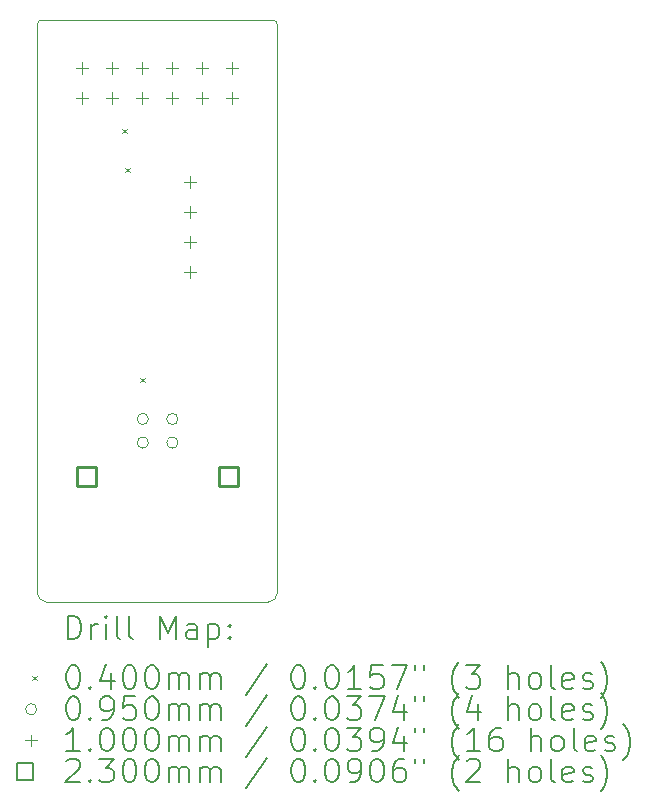
<source format=gbr>
%TF.GenerationSoftware,KiCad,Pcbnew,7.0.9-7.0.9~ubuntu20.04.1*%
%TF.CreationDate,2023-12-02T17:15:19+01:00*%
%TF.ProjectId,kicad-pmod_usb,6b696361-642d-4706-9d6f-645f7573622e,1.0*%
%TF.SameCoordinates,Original*%
%TF.FileFunction,Drillmap*%
%TF.FilePolarity,Positive*%
%FSLAX45Y45*%
G04 Gerber Fmt 4.5, Leading zero omitted, Abs format (unit mm)*
G04 Created by KiCad (PCBNEW 7.0.9-7.0.9~ubuntu20.04.1) date 2023-12-02 17:15:19*
%MOMM*%
%LPD*%
G01*
G04 APERTURE LIST*
%ADD10C,0.100000*%
%ADD11C,0.200000*%
%ADD12C,0.230000*%
G04 APERTURE END LIST*
D10*
X10706100Y-5937250D02*
G75*
G03*
X10668000Y-5975350I0J-38100D01*
G01*
X10668000Y-10788650D02*
G75*
G03*
X10744200Y-10864850I76200J0D01*
G01*
X12661900Y-5937250D02*
X10706100Y-5937250D01*
X12700000Y-10788650D02*
X12700000Y-5975350D01*
X12623800Y-10864850D02*
G75*
G03*
X12700000Y-10788650I0J76200D01*
G01*
X10744200Y-10864850D02*
X12623800Y-10864850D01*
X10668000Y-5975350D02*
X10668000Y-10788650D01*
X12700000Y-5975350D02*
G75*
G03*
X12661900Y-5937250I-38100J0D01*
G01*
D11*
D10*
X11384600Y-6857050D02*
X11424600Y-6897050D01*
X11424600Y-6857050D02*
X11384600Y-6897050D01*
X11410000Y-7187250D02*
X11450000Y-7227250D01*
X11450000Y-7187250D02*
X11410000Y-7227250D01*
X11537000Y-8965250D02*
X11577000Y-9005250D01*
X11577000Y-8965250D02*
X11537000Y-9005250D01*
X11608500Y-9315450D02*
G75*
G03*
X11608500Y-9315450I-47500J0D01*
G01*
X11608500Y-9515450D02*
G75*
G03*
X11608500Y-9515450I-47500J0D01*
G01*
X11858500Y-9315450D02*
G75*
G03*
X11858500Y-9315450I-47500J0D01*
G01*
X11858500Y-9515450D02*
G75*
G03*
X11858500Y-9515450I-47500J0D01*
G01*
X11049000Y-6293650D02*
X11049000Y-6393650D01*
X10999000Y-6343650D02*
X11099000Y-6343650D01*
X11049000Y-6547650D02*
X11049000Y-6647650D01*
X10999000Y-6597650D02*
X11099000Y-6597650D01*
X11303000Y-6293650D02*
X11303000Y-6393650D01*
X11253000Y-6343650D02*
X11353000Y-6343650D01*
X11303000Y-6547650D02*
X11303000Y-6647650D01*
X11253000Y-6597650D02*
X11353000Y-6597650D01*
X11557000Y-6293650D02*
X11557000Y-6393650D01*
X11507000Y-6343650D02*
X11607000Y-6343650D01*
X11557000Y-6547650D02*
X11557000Y-6647650D01*
X11507000Y-6597650D02*
X11607000Y-6597650D01*
X11811000Y-6293650D02*
X11811000Y-6393650D01*
X11761000Y-6343650D02*
X11861000Y-6343650D01*
X11811000Y-6547650D02*
X11811000Y-6647650D01*
X11761000Y-6597650D02*
X11861000Y-6597650D01*
X11963400Y-7258850D02*
X11963400Y-7358850D01*
X11913400Y-7308850D02*
X12013400Y-7308850D01*
X11963400Y-7512850D02*
X11963400Y-7612850D01*
X11913400Y-7562850D02*
X12013400Y-7562850D01*
X11963400Y-7766850D02*
X11963400Y-7866850D01*
X11913400Y-7816850D02*
X12013400Y-7816850D01*
X11963400Y-8020850D02*
X11963400Y-8120850D01*
X11913400Y-8070850D02*
X12013400Y-8070850D01*
X12065000Y-6293650D02*
X12065000Y-6393650D01*
X12015000Y-6343650D02*
X12115000Y-6343650D01*
X12065000Y-6547650D02*
X12065000Y-6647650D01*
X12015000Y-6597650D02*
X12115000Y-6597650D01*
X12319000Y-6293650D02*
X12319000Y-6393650D01*
X12269000Y-6343650D02*
X12369000Y-6343650D01*
X12319000Y-6547650D02*
X12319000Y-6647650D01*
X12269000Y-6597650D02*
X12369000Y-6597650D01*
D12*
X11167318Y-9882768D02*
X11167318Y-9720132D01*
X11004682Y-9720132D01*
X11004682Y-9882768D01*
X11167318Y-9882768D01*
X12367318Y-9882768D02*
X12367318Y-9720132D01*
X12204682Y-9720132D01*
X12204682Y-9882768D01*
X12367318Y-9882768D01*
D11*
X10923777Y-11181334D02*
X10923777Y-10981334D01*
X10923777Y-10981334D02*
X10971396Y-10981334D01*
X10971396Y-10981334D02*
X10999967Y-10990858D01*
X10999967Y-10990858D02*
X11019015Y-11009905D01*
X11019015Y-11009905D02*
X11028539Y-11028953D01*
X11028539Y-11028953D02*
X11038063Y-11067048D01*
X11038063Y-11067048D02*
X11038063Y-11095620D01*
X11038063Y-11095620D02*
X11028539Y-11133715D01*
X11028539Y-11133715D02*
X11019015Y-11152762D01*
X11019015Y-11152762D02*
X10999967Y-11171810D01*
X10999967Y-11171810D02*
X10971396Y-11181334D01*
X10971396Y-11181334D02*
X10923777Y-11181334D01*
X11123777Y-11181334D02*
X11123777Y-11048000D01*
X11123777Y-11086096D02*
X11133301Y-11067048D01*
X11133301Y-11067048D02*
X11142824Y-11057524D01*
X11142824Y-11057524D02*
X11161872Y-11048000D01*
X11161872Y-11048000D02*
X11180920Y-11048000D01*
X11247586Y-11181334D02*
X11247586Y-11048000D01*
X11247586Y-10981334D02*
X11238062Y-10990858D01*
X11238062Y-10990858D02*
X11247586Y-11000381D01*
X11247586Y-11000381D02*
X11257110Y-10990858D01*
X11257110Y-10990858D02*
X11247586Y-10981334D01*
X11247586Y-10981334D02*
X11247586Y-11000381D01*
X11371396Y-11181334D02*
X11352348Y-11171810D01*
X11352348Y-11171810D02*
X11342824Y-11152762D01*
X11342824Y-11152762D02*
X11342824Y-10981334D01*
X11476158Y-11181334D02*
X11457110Y-11171810D01*
X11457110Y-11171810D02*
X11447586Y-11152762D01*
X11447586Y-11152762D02*
X11447586Y-10981334D01*
X11704729Y-11181334D02*
X11704729Y-10981334D01*
X11704729Y-10981334D02*
X11771396Y-11124191D01*
X11771396Y-11124191D02*
X11838062Y-10981334D01*
X11838062Y-10981334D02*
X11838062Y-11181334D01*
X12019015Y-11181334D02*
X12019015Y-11076572D01*
X12019015Y-11076572D02*
X12009491Y-11057524D01*
X12009491Y-11057524D02*
X11990443Y-11048000D01*
X11990443Y-11048000D02*
X11952348Y-11048000D01*
X11952348Y-11048000D02*
X11933301Y-11057524D01*
X12019015Y-11171810D02*
X11999967Y-11181334D01*
X11999967Y-11181334D02*
X11952348Y-11181334D01*
X11952348Y-11181334D02*
X11933301Y-11171810D01*
X11933301Y-11171810D02*
X11923777Y-11152762D01*
X11923777Y-11152762D02*
X11923777Y-11133715D01*
X11923777Y-11133715D02*
X11933301Y-11114667D01*
X11933301Y-11114667D02*
X11952348Y-11105143D01*
X11952348Y-11105143D02*
X11999967Y-11105143D01*
X11999967Y-11105143D02*
X12019015Y-11095620D01*
X12114253Y-11048000D02*
X12114253Y-11248000D01*
X12114253Y-11057524D02*
X12133301Y-11048000D01*
X12133301Y-11048000D02*
X12171396Y-11048000D01*
X12171396Y-11048000D02*
X12190443Y-11057524D01*
X12190443Y-11057524D02*
X12199967Y-11067048D01*
X12199967Y-11067048D02*
X12209491Y-11086096D01*
X12209491Y-11086096D02*
X12209491Y-11143239D01*
X12209491Y-11143239D02*
X12199967Y-11162286D01*
X12199967Y-11162286D02*
X12190443Y-11171810D01*
X12190443Y-11171810D02*
X12171396Y-11181334D01*
X12171396Y-11181334D02*
X12133301Y-11181334D01*
X12133301Y-11181334D02*
X12114253Y-11171810D01*
X12295205Y-11162286D02*
X12304729Y-11171810D01*
X12304729Y-11171810D02*
X12295205Y-11181334D01*
X12295205Y-11181334D02*
X12285682Y-11171810D01*
X12285682Y-11171810D02*
X12295205Y-11162286D01*
X12295205Y-11162286D02*
X12295205Y-11181334D01*
X12295205Y-11057524D02*
X12304729Y-11067048D01*
X12304729Y-11067048D02*
X12295205Y-11076572D01*
X12295205Y-11076572D02*
X12285682Y-11067048D01*
X12285682Y-11067048D02*
X12295205Y-11057524D01*
X12295205Y-11057524D02*
X12295205Y-11076572D01*
D10*
X10623000Y-11489850D02*
X10663000Y-11529850D01*
X10663000Y-11489850D02*
X10623000Y-11529850D01*
D11*
X10961872Y-11401334D02*
X10980920Y-11401334D01*
X10980920Y-11401334D02*
X10999967Y-11410858D01*
X10999967Y-11410858D02*
X11009491Y-11420381D01*
X11009491Y-11420381D02*
X11019015Y-11439429D01*
X11019015Y-11439429D02*
X11028539Y-11477524D01*
X11028539Y-11477524D02*
X11028539Y-11525143D01*
X11028539Y-11525143D02*
X11019015Y-11563238D01*
X11019015Y-11563238D02*
X11009491Y-11582286D01*
X11009491Y-11582286D02*
X10999967Y-11591810D01*
X10999967Y-11591810D02*
X10980920Y-11601334D01*
X10980920Y-11601334D02*
X10961872Y-11601334D01*
X10961872Y-11601334D02*
X10942824Y-11591810D01*
X10942824Y-11591810D02*
X10933301Y-11582286D01*
X10933301Y-11582286D02*
X10923777Y-11563238D01*
X10923777Y-11563238D02*
X10914253Y-11525143D01*
X10914253Y-11525143D02*
X10914253Y-11477524D01*
X10914253Y-11477524D02*
X10923777Y-11439429D01*
X10923777Y-11439429D02*
X10933301Y-11420381D01*
X10933301Y-11420381D02*
X10942824Y-11410858D01*
X10942824Y-11410858D02*
X10961872Y-11401334D01*
X11114253Y-11582286D02*
X11123777Y-11591810D01*
X11123777Y-11591810D02*
X11114253Y-11601334D01*
X11114253Y-11601334D02*
X11104729Y-11591810D01*
X11104729Y-11591810D02*
X11114253Y-11582286D01*
X11114253Y-11582286D02*
X11114253Y-11601334D01*
X11295205Y-11468000D02*
X11295205Y-11601334D01*
X11247586Y-11391810D02*
X11199967Y-11534667D01*
X11199967Y-11534667D02*
X11323777Y-11534667D01*
X11438062Y-11401334D02*
X11457110Y-11401334D01*
X11457110Y-11401334D02*
X11476158Y-11410858D01*
X11476158Y-11410858D02*
X11485682Y-11420381D01*
X11485682Y-11420381D02*
X11495205Y-11439429D01*
X11495205Y-11439429D02*
X11504729Y-11477524D01*
X11504729Y-11477524D02*
X11504729Y-11525143D01*
X11504729Y-11525143D02*
X11495205Y-11563238D01*
X11495205Y-11563238D02*
X11485682Y-11582286D01*
X11485682Y-11582286D02*
X11476158Y-11591810D01*
X11476158Y-11591810D02*
X11457110Y-11601334D01*
X11457110Y-11601334D02*
X11438062Y-11601334D01*
X11438062Y-11601334D02*
X11419015Y-11591810D01*
X11419015Y-11591810D02*
X11409491Y-11582286D01*
X11409491Y-11582286D02*
X11399967Y-11563238D01*
X11399967Y-11563238D02*
X11390443Y-11525143D01*
X11390443Y-11525143D02*
X11390443Y-11477524D01*
X11390443Y-11477524D02*
X11399967Y-11439429D01*
X11399967Y-11439429D02*
X11409491Y-11420381D01*
X11409491Y-11420381D02*
X11419015Y-11410858D01*
X11419015Y-11410858D02*
X11438062Y-11401334D01*
X11628539Y-11401334D02*
X11647586Y-11401334D01*
X11647586Y-11401334D02*
X11666634Y-11410858D01*
X11666634Y-11410858D02*
X11676158Y-11420381D01*
X11676158Y-11420381D02*
X11685682Y-11439429D01*
X11685682Y-11439429D02*
X11695205Y-11477524D01*
X11695205Y-11477524D02*
X11695205Y-11525143D01*
X11695205Y-11525143D02*
X11685682Y-11563238D01*
X11685682Y-11563238D02*
X11676158Y-11582286D01*
X11676158Y-11582286D02*
X11666634Y-11591810D01*
X11666634Y-11591810D02*
X11647586Y-11601334D01*
X11647586Y-11601334D02*
X11628539Y-11601334D01*
X11628539Y-11601334D02*
X11609491Y-11591810D01*
X11609491Y-11591810D02*
X11599967Y-11582286D01*
X11599967Y-11582286D02*
X11590443Y-11563238D01*
X11590443Y-11563238D02*
X11580920Y-11525143D01*
X11580920Y-11525143D02*
X11580920Y-11477524D01*
X11580920Y-11477524D02*
X11590443Y-11439429D01*
X11590443Y-11439429D02*
X11599967Y-11420381D01*
X11599967Y-11420381D02*
X11609491Y-11410858D01*
X11609491Y-11410858D02*
X11628539Y-11401334D01*
X11780920Y-11601334D02*
X11780920Y-11468000D01*
X11780920Y-11487048D02*
X11790443Y-11477524D01*
X11790443Y-11477524D02*
X11809491Y-11468000D01*
X11809491Y-11468000D02*
X11838063Y-11468000D01*
X11838063Y-11468000D02*
X11857110Y-11477524D01*
X11857110Y-11477524D02*
X11866634Y-11496572D01*
X11866634Y-11496572D02*
X11866634Y-11601334D01*
X11866634Y-11496572D02*
X11876158Y-11477524D01*
X11876158Y-11477524D02*
X11895205Y-11468000D01*
X11895205Y-11468000D02*
X11923777Y-11468000D01*
X11923777Y-11468000D02*
X11942824Y-11477524D01*
X11942824Y-11477524D02*
X11952348Y-11496572D01*
X11952348Y-11496572D02*
X11952348Y-11601334D01*
X12047586Y-11601334D02*
X12047586Y-11468000D01*
X12047586Y-11487048D02*
X12057110Y-11477524D01*
X12057110Y-11477524D02*
X12076158Y-11468000D01*
X12076158Y-11468000D02*
X12104729Y-11468000D01*
X12104729Y-11468000D02*
X12123777Y-11477524D01*
X12123777Y-11477524D02*
X12133301Y-11496572D01*
X12133301Y-11496572D02*
X12133301Y-11601334D01*
X12133301Y-11496572D02*
X12142824Y-11477524D01*
X12142824Y-11477524D02*
X12161872Y-11468000D01*
X12161872Y-11468000D02*
X12190443Y-11468000D01*
X12190443Y-11468000D02*
X12209491Y-11477524D01*
X12209491Y-11477524D02*
X12219015Y-11496572D01*
X12219015Y-11496572D02*
X12219015Y-11601334D01*
X12609491Y-11391810D02*
X12438063Y-11648953D01*
X12866634Y-11401334D02*
X12885682Y-11401334D01*
X12885682Y-11401334D02*
X12904729Y-11410858D01*
X12904729Y-11410858D02*
X12914253Y-11420381D01*
X12914253Y-11420381D02*
X12923777Y-11439429D01*
X12923777Y-11439429D02*
X12933301Y-11477524D01*
X12933301Y-11477524D02*
X12933301Y-11525143D01*
X12933301Y-11525143D02*
X12923777Y-11563238D01*
X12923777Y-11563238D02*
X12914253Y-11582286D01*
X12914253Y-11582286D02*
X12904729Y-11591810D01*
X12904729Y-11591810D02*
X12885682Y-11601334D01*
X12885682Y-11601334D02*
X12866634Y-11601334D01*
X12866634Y-11601334D02*
X12847586Y-11591810D01*
X12847586Y-11591810D02*
X12838063Y-11582286D01*
X12838063Y-11582286D02*
X12828539Y-11563238D01*
X12828539Y-11563238D02*
X12819015Y-11525143D01*
X12819015Y-11525143D02*
X12819015Y-11477524D01*
X12819015Y-11477524D02*
X12828539Y-11439429D01*
X12828539Y-11439429D02*
X12838063Y-11420381D01*
X12838063Y-11420381D02*
X12847586Y-11410858D01*
X12847586Y-11410858D02*
X12866634Y-11401334D01*
X13019015Y-11582286D02*
X13028539Y-11591810D01*
X13028539Y-11591810D02*
X13019015Y-11601334D01*
X13019015Y-11601334D02*
X13009491Y-11591810D01*
X13009491Y-11591810D02*
X13019015Y-11582286D01*
X13019015Y-11582286D02*
X13019015Y-11601334D01*
X13152348Y-11401334D02*
X13171396Y-11401334D01*
X13171396Y-11401334D02*
X13190444Y-11410858D01*
X13190444Y-11410858D02*
X13199967Y-11420381D01*
X13199967Y-11420381D02*
X13209491Y-11439429D01*
X13209491Y-11439429D02*
X13219015Y-11477524D01*
X13219015Y-11477524D02*
X13219015Y-11525143D01*
X13219015Y-11525143D02*
X13209491Y-11563238D01*
X13209491Y-11563238D02*
X13199967Y-11582286D01*
X13199967Y-11582286D02*
X13190444Y-11591810D01*
X13190444Y-11591810D02*
X13171396Y-11601334D01*
X13171396Y-11601334D02*
X13152348Y-11601334D01*
X13152348Y-11601334D02*
X13133301Y-11591810D01*
X13133301Y-11591810D02*
X13123777Y-11582286D01*
X13123777Y-11582286D02*
X13114253Y-11563238D01*
X13114253Y-11563238D02*
X13104729Y-11525143D01*
X13104729Y-11525143D02*
X13104729Y-11477524D01*
X13104729Y-11477524D02*
X13114253Y-11439429D01*
X13114253Y-11439429D02*
X13123777Y-11420381D01*
X13123777Y-11420381D02*
X13133301Y-11410858D01*
X13133301Y-11410858D02*
X13152348Y-11401334D01*
X13409491Y-11601334D02*
X13295206Y-11601334D01*
X13352348Y-11601334D02*
X13352348Y-11401334D01*
X13352348Y-11401334D02*
X13333301Y-11429905D01*
X13333301Y-11429905D02*
X13314253Y-11448953D01*
X13314253Y-11448953D02*
X13295206Y-11458477D01*
X13590444Y-11401334D02*
X13495206Y-11401334D01*
X13495206Y-11401334D02*
X13485682Y-11496572D01*
X13485682Y-11496572D02*
X13495206Y-11487048D01*
X13495206Y-11487048D02*
X13514253Y-11477524D01*
X13514253Y-11477524D02*
X13561872Y-11477524D01*
X13561872Y-11477524D02*
X13580920Y-11487048D01*
X13580920Y-11487048D02*
X13590444Y-11496572D01*
X13590444Y-11496572D02*
X13599967Y-11515619D01*
X13599967Y-11515619D02*
X13599967Y-11563238D01*
X13599967Y-11563238D02*
X13590444Y-11582286D01*
X13590444Y-11582286D02*
X13580920Y-11591810D01*
X13580920Y-11591810D02*
X13561872Y-11601334D01*
X13561872Y-11601334D02*
X13514253Y-11601334D01*
X13514253Y-11601334D02*
X13495206Y-11591810D01*
X13495206Y-11591810D02*
X13485682Y-11582286D01*
X13666634Y-11401334D02*
X13799967Y-11401334D01*
X13799967Y-11401334D02*
X13714253Y-11601334D01*
X13866634Y-11401334D02*
X13866634Y-11439429D01*
X13942825Y-11401334D02*
X13942825Y-11439429D01*
X14238063Y-11677524D02*
X14228539Y-11668000D01*
X14228539Y-11668000D02*
X14209491Y-11639429D01*
X14209491Y-11639429D02*
X14199968Y-11620381D01*
X14199968Y-11620381D02*
X14190444Y-11591810D01*
X14190444Y-11591810D02*
X14180920Y-11544191D01*
X14180920Y-11544191D02*
X14180920Y-11506096D01*
X14180920Y-11506096D02*
X14190444Y-11458477D01*
X14190444Y-11458477D02*
X14199968Y-11429905D01*
X14199968Y-11429905D02*
X14209491Y-11410858D01*
X14209491Y-11410858D02*
X14228539Y-11382286D01*
X14228539Y-11382286D02*
X14238063Y-11372762D01*
X14295206Y-11401334D02*
X14419015Y-11401334D01*
X14419015Y-11401334D02*
X14352348Y-11477524D01*
X14352348Y-11477524D02*
X14380920Y-11477524D01*
X14380920Y-11477524D02*
X14399968Y-11487048D01*
X14399968Y-11487048D02*
X14409491Y-11496572D01*
X14409491Y-11496572D02*
X14419015Y-11515619D01*
X14419015Y-11515619D02*
X14419015Y-11563238D01*
X14419015Y-11563238D02*
X14409491Y-11582286D01*
X14409491Y-11582286D02*
X14399968Y-11591810D01*
X14399968Y-11591810D02*
X14380920Y-11601334D01*
X14380920Y-11601334D02*
X14323777Y-11601334D01*
X14323777Y-11601334D02*
X14304729Y-11591810D01*
X14304729Y-11591810D02*
X14295206Y-11582286D01*
X14657110Y-11601334D02*
X14657110Y-11401334D01*
X14742825Y-11601334D02*
X14742825Y-11496572D01*
X14742825Y-11496572D02*
X14733301Y-11477524D01*
X14733301Y-11477524D02*
X14714253Y-11468000D01*
X14714253Y-11468000D02*
X14685682Y-11468000D01*
X14685682Y-11468000D02*
X14666634Y-11477524D01*
X14666634Y-11477524D02*
X14657110Y-11487048D01*
X14866634Y-11601334D02*
X14847587Y-11591810D01*
X14847587Y-11591810D02*
X14838063Y-11582286D01*
X14838063Y-11582286D02*
X14828539Y-11563238D01*
X14828539Y-11563238D02*
X14828539Y-11506096D01*
X14828539Y-11506096D02*
X14838063Y-11487048D01*
X14838063Y-11487048D02*
X14847587Y-11477524D01*
X14847587Y-11477524D02*
X14866634Y-11468000D01*
X14866634Y-11468000D02*
X14895206Y-11468000D01*
X14895206Y-11468000D02*
X14914253Y-11477524D01*
X14914253Y-11477524D02*
X14923777Y-11487048D01*
X14923777Y-11487048D02*
X14933301Y-11506096D01*
X14933301Y-11506096D02*
X14933301Y-11563238D01*
X14933301Y-11563238D02*
X14923777Y-11582286D01*
X14923777Y-11582286D02*
X14914253Y-11591810D01*
X14914253Y-11591810D02*
X14895206Y-11601334D01*
X14895206Y-11601334D02*
X14866634Y-11601334D01*
X15047587Y-11601334D02*
X15028539Y-11591810D01*
X15028539Y-11591810D02*
X15019015Y-11572762D01*
X15019015Y-11572762D02*
X15019015Y-11401334D01*
X15199968Y-11591810D02*
X15180920Y-11601334D01*
X15180920Y-11601334D02*
X15142825Y-11601334D01*
X15142825Y-11601334D02*
X15123777Y-11591810D01*
X15123777Y-11591810D02*
X15114253Y-11572762D01*
X15114253Y-11572762D02*
X15114253Y-11496572D01*
X15114253Y-11496572D02*
X15123777Y-11477524D01*
X15123777Y-11477524D02*
X15142825Y-11468000D01*
X15142825Y-11468000D02*
X15180920Y-11468000D01*
X15180920Y-11468000D02*
X15199968Y-11477524D01*
X15199968Y-11477524D02*
X15209491Y-11496572D01*
X15209491Y-11496572D02*
X15209491Y-11515619D01*
X15209491Y-11515619D02*
X15114253Y-11534667D01*
X15285682Y-11591810D02*
X15304730Y-11601334D01*
X15304730Y-11601334D02*
X15342825Y-11601334D01*
X15342825Y-11601334D02*
X15361872Y-11591810D01*
X15361872Y-11591810D02*
X15371396Y-11572762D01*
X15371396Y-11572762D02*
X15371396Y-11563238D01*
X15371396Y-11563238D02*
X15361872Y-11544191D01*
X15361872Y-11544191D02*
X15342825Y-11534667D01*
X15342825Y-11534667D02*
X15314253Y-11534667D01*
X15314253Y-11534667D02*
X15295206Y-11525143D01*
X15295206Y-11525143D02*
X15285682Y-11506096D01*
X15285682Y-11506096D02*
X15285682Y-11496572D01*
X15285682Y-11496572D02*
X15295206Y-11477524D01*
X15295206Y-11477524D02*
X15314253Y-11468000D01*
X15314253Y-11468000D02*
X15342825Y-11468000D01*
X15342825Y-11468000D02*
X15361872Y-11477524D01*
X15438063Y-11677524D02*
X15447587Y-11668000D01*
X15447587Y-11668000D02*
X15466634Y-11639429D01*
X15466634Y-11639429D02*
X15476158Y-11620381D01*
X15476158Y-11620381D02*
X15485682Y-11591810D01*
X15485682Y-11591810D02*
X15495206Y-11544191D01*
X15495206Y-11544191D02*
X15495206Y-11506096D01*
X15495206Y-11506096D02*
X15485682Y-11458477D01*
X15485682Y-11458477D02*
X15476158Y-11429905D01*
X15476158Y-11429905D02*
X15466634Y-11410858D01*
X15466634Y-11410858D02*
X15447587Y-11382286D01*
X15447587Y-11382286D02*
X15438063Y-11372762D01*
D10*
X10663000Y-11773850D02*
G75*
G03*
X10663000Y-11773850I-47500J0D01*
G01*
D11*
X10961872Y-11665334D02*
X10980920Y-11665334D01*
X10980920Y-11665334D02*
X10999967Y-11674858D01*
X10999967Y-11674858D02*
X11009491Y-11684381D01*
X11009491Y-11684381D02*
X11019015Y-11703429D01*
X11019015Y-11703429D02*
X11028539Y-11741524D01*
X11028539Y-11741524D02*
X11028539Y-11789143D01*
X11028539Y-11789143D02*
X11019015Y-11827238D01*
X11019015Y-11827238D02*
X11009491Y-11846286D01*
X11009491Y-11846286D02*
X10999967Y-11855810D01*
X10999967Y-11855810D02*
X10980920Y-11865334D01*
X10980920Y-11865334D02*
X10961872Y-11865334D01*
X10961872Y-11865334D02*
X10942824Y-11855810D01*
X10942824Y-11855810D02*
X10933301Y-11846286D01*
X10933301Y-11846286D02*
X10923777Y-11827238D01*
X10923777Y-11827238D02*
X10914253Y-11789143D01*
X10914253Y-11789143D02*
X10914253Y-11741524D01*
X10914253Y-11741524D02*
X10923777Y-11703429D01*
X10923777Y-11703429D02*
X10933301Y-11684381D01*
X10933301Y-11684381D02*
X10942824Y-11674858D01*
X10942824Y-11674858D02*
X10961872Y-11665334D01*
X11114253Y-11846286D02*
X11123777Y-11855810D01*
X11123777Y-11855810D02*
X11114253Y-11865334D01*
X11114253Y-11865334D02*
X11104729Y-11855810D01*
X11104729Y-11855810D02*
X11114253Y-11846286D01*
X11114253Y-11846286D02*
X11114253Y-11865334D01*
X11219015Y-11865334D02*
X11257110Y-11865334D01*
X11257110Y-11865334D02*
X11276158Y-11855810D01*
X11276158Y-11855810D02*
X11285682Y-11846286D01*
X11285682Y-11846286D02*
X11304729Y-11817715D01*
X11304729Y-11817715D02*
X11314253Y-11779619D01*
X11314253Y-11779619D02*
X11314253Y-11703429D01*
X11314253Y-11703429D02*
X11304729Y-11684381D01*
X11304729Y-11684381D02*
X11295205Y-11674858D01*
X11295205Y-11674858D02*
X11276158Y-11665334D01*
X11276158Y-11665334D02*
X11238062Y-11665334D01*
X11238062Y-11665334D02*
X11219015Y-11674858D01*
X11219015Y-11674858D02*
X11209491Y-11684381D01*
X11209491Y-11684381D02*
X11199967Y-11703429D01*
X11199967Y-11703429D02*
X11199967Y-11751048D01*
X11199967Y-11751048D02*
X11209491Y-11770096D01*
X11209491Y-11770096D02*
X11219015Y-11779619D01*
X11219015Y-11779619D02*
X11238062Y-11789143D01*
X11238062Y-11789143D02*
X11276158Y-11789143D01*
X11276158Y-11789143D02*
X11295205Y-11779619D01*
X11295205Y-11779619D02*
X11304729Y-11770096D01*
X11304729Y-11770096D02*
X11314253Y-11751048D01*
X11495205Y-11665334D02*
X11399967Y-11665334D01*
X11399967Y-11665334D02*
X11390443Y-11760572D01*
X11390443Y-11760572D02*
X11399967Y-11751048D01*
X11399967Y-11751048D02*
X11419015Y-11741524D01*
X11419015Y-11741524D02*
X11466634Y-11741524D01*
X11466634Y-11741524D02*
X11485682Y-11751048D01*
X11485682Y-11751048D02*
X11495205Y-11760572D01*
X11495205Y-11760572D02*
X11504729Y-11779619D01*
X11504729Y-11779619D02*
X11504729Y-11827238D01*
X11504729Y-11827238D02*
X11495205Y-11846286D01*
X11495205Y-11846286D02*
X11485682Y-11855810D01*
X11485682Y-11855810D02*
X11466634Y-11865334D01*
X11466634Y-11865334D02*
X11419015Y-11865334D01*
X11419015Y-11865334D02*
X11399967Y-11855810D01*
X11399967Y-11855810D02*
X11390443Y-11846286D01*
X11628539Y-11665334D02*
X11647586Y-11665334D01*
X11647586Y-11665334D02*
X11666634Y-11674858D01*
X11666634Y-11674858D02*
X11676158Y-11684381D01*
X11676158Y-11684381D02*
X11685682Y-11703429D01*
X11685682Y-11703429D02*
X11695205Y-11741524D01*
X11695205Y-11741524D02*
X11695205Y-11789143D01*
X11695205Y-11789143D02*
X11685682Y-11827238D01*
X11685682Y-11827238D02*
X11676158Y-11846286D01*
X11676158Y-11846286D02*
X11666634Y-11855810D01*
X11666634Y-11855810D02*
X11647586Y-11865334D01*
X11647586Y-11865334D02*
X11628539Y-11865334D01*
X11628539Y-11865334D02*
X11609491Y-11855810D01*
X11609491Y-11855810D02*
X11599967Y-11846286D01*
X11599967Y-11846286D02*
X11590443Y-11827238D01*
X11590443Y-11827238D02*
X11580920Y-11789143D01*
X11580920Y-11789143D02*
X11580920Y-11741524D01*
X11580920Y-11741524D02*
X11590443Y-11703429D01*
X11590443Y-11703429D02*
X11599967Y-11684381D01*
X11599967Y-11684381D02*
X11609491Y-11674858D01*
X11609491Y-11674858D02*
X11628539Y-11665334D01*
X11780920Y-11865334D02*
X11780920Y-11732000D01*
X11780920Y-11751048D02*
X11790443Y-11741524D01*
X11790443Y-11741524D02*
X11809491Y-11732000D01*
X11809491Y-11732000D02*
X11838063Y-11732000D01*
X11838063Y-11732000D02*
X11857110Y-11741524D01*
X11857110Y-11741524D02*
X11866634Y-11760572D01*
X11866634Y-11760572D02*
X11866634Y-11865334D01*
X11866634Y-11760572D02*
X11876158Y-11741524D01*
X11876158Y-11741524D02*
X11895205Y-11732000D01*
X11895205Y-11732000D02*
X11923777Y-11732000D01*
X11923777Y-11732000D02*
X11942824Y-11741524D01*
X11942824Y-11741524D02*
X11952348Y-11760572D01*
X11952348Y-11760572D02*
X11952348Y-11865334D01*
X12047586Y-11865334D02*
X12047586Y-11732000D01*
X12047586Y-11751048D02*
X12057110Y-11741524D01*
X12057110Y-11741524D02*
X12076158Y-11732000D01*
X12076158Y-11732000D02*
X12104729Y-11732000D01*
X12104729Y-11732000D02*
X12123777Y-11741524D01*
X12123777Y-11741524D02*
X12133301Y-11760572D01*
X12133301Y-11760572D02*
X12133301Y-11865334D01*
X12133301Y-11760572D02*
X12142824Y-11741524D01*
X12142824Y-11741524D02*
X12161872Y-11732000D01*
X12161872Y-11732000D02*
X12190443Y-11732000D01*
X12190443Y-11732000D02*
X12209491Y-11741524D01*
X12209491Y-11741524D02*
X12219015Y-11760572D01*
X12219015Y-11760572D02*
X12219015Y-11865334D01*
X12609491Y-11655810D02*
X12438063Y-11912953D01*
X12866634Y-11665334D02*
X12885682Y-11665334D01*
X12885682Y-11665334D02*
X12904729Y-11674858D01*
X12904729Y-11674858D02*
X12914253Y-11684381D01*
X12914253Y-11684381D02*
X12923777Y-11703429D01*
X12923777Y-11703429D02*
X12933301Y-11741524D01*
X12933301Y-11741524D02*
X12933301Y-11789143D01*
X12933301Y-11789143D02*
X12923777Y-11827238D01*
X12923777Y-11827238D02*
X12914253Y-11846286D01*
X12914253Y-11846286D02*
X12904729Y-11855810D01*
X12904729Y-11855810D02*
X12885682Y-11865334D01*
X12885682Y-11865334D02*
X12866634Y-11865334D01*
X12866634Y-11865334D02*
X12847586Y-11855810D01*
X12847586Y-11855810D02*
X12838063Y-11846286D01*
X12838063Y-11846286D02*
X12828539Y-11827238D01*
X12828539Y-11827238D02*
X12819015Y-11789143D01*
X12819015Y-11789143D02*
X12819015Y-11741524D01*
X12819015Y-11741524D02*
X12828539Y-11703429D01*
X12828539Y-11703429D02*
X12838063Y-11684381D01*
X12838063Y-11684381D02*
X12847586Y-11674858D01*
X12847586Y-11674858D02*
X12866634Y-11665334D01*
X13019015Y-11846286D02*
X13028539Y-11855810D01*
X13028539Y-11855810D02*
X13019015Y-11865334D01*
X13019015Y-11865334D02*
X13009491Y-11855810D01*
X13009491Y-11855810D02*
X13019015Y-11846286D01*
X13019015Y-11846286D02*
X13019015Y-11865334D01*
X13152348Y-11665334D02*
X13171396Y-11665334D01*
X13171396Y-11665334D02*
X13190444Y-11674858D01*
X13190444Y-11674858D02*
X13199967Y-11684381D01*
X13199967Y-11684381D02*
X13209491Y-11703429D01*
X13209491Y-11703429D02*
X13219015Y-11741524D01*
X13219015Y-11741524D02*
X13219015Y-11789143D01*
X13219015Y-11789143D02*
X13209491Y-11827238D01*
X13209491Y-11827238D02*
X13199967Y-11846286D01*
X13199967Y-11846286D02*
X13190444Y-11855810D01*
X13190444Y-11855810D02*
X13171396Y-11865334D01*
X13171396Y-11865334D02*
X13152348Y-11865334D01*
X13152348Y-11865334D02*
X13133301Y-11855810D01*
X13133301Y-11855810D02*
X13123777Y-11846286D01*
X13123777Y-11846286D02*
X13114253Y-11827238D01*
X13114253Y-11827238D02*
X13104729Y-11789143D01*
X13104729Y-11789143D02*
X13104729Y-11741524D01*
X13104729Y-11741524D02*
X13114253Y-11703429D01*
X13114253Y-11703429D02*
X13123777Y-11684381D01*
X13123777Y-11684381D02*
X13133301Y-11674858D01*
X13133301Y-11674858D02*
X13152348Y-11665334D01*
X13285682Y-11665334D02*
X13409491Y-11665334D01*
X13409491Y-11665334D02*
X13342825Y-11741524D01*
X13342825Y-11741524D02*
X13371396Y-11741524D01*
X13371396Y-11741524D02*
X13390444Y-11751048D01*
X13390444Y-11751048D02*
X13399967Y-11760572D01*
X13399967Y-11760572D02*
X13409491Y-11779619D01*
X13409491Y-11779619D02*
X13409491Y-11827238D01*
X13409491Y-11827238D02*
X13399967Y-11846286D01*
X13399967Y-11846286D02*
X13390444Y-11855810D01*
X13390444Y-11855810D02*
X13371396Y-11865334D01*
X13371396Y-11865334D02*
X13314253Y-11865334D01*
X13314253Y-11865334D02*
X13295206Y-11855810D01*
X13295206Y-11855810D02*
X13285682Y-11846286D01*
X13476158Y-11665334D02*
X13609491Y-11665334D01*
X13609491Y-11665334D02*
X13523777Y-11865334D01*
X13771396Y-11732000D02*
X13771396Y-11865334D01*
X13723777Y-11655810D02*
X13676158Y-11798667D01*
X13676158Y-11798667D02*
X13799967Y-11798667D01*
X13866634Y-11665334D02*
X13866634Y-11703429D01*
X13942825Y-11665334D02*
X13942825Y-11703429D01*
X14238063Y-11941524D02*
X14228539Y-11932000D01*
X14228539Y-11932000D02*
X14209491Y-11903429D01*
X14209491Y-11903429D02*
X14199968Y-11884381D01*
X14199968Y-11884381D02*
X14190444Y-11855810D01*
X14190444Y-11855810D02*
X14180920Y-11808191D01*
X14180920Y-11808191D02*
X14180920Y-11770096D01*
X14180920Y-11770096D02*
X14190444Y-11722477D01*
X14190444Y-11722477D02*
X14199968Y-11693905D01*
X14199968Y-11693905D02*
X14209491Y-11674858D01*
X14209491Y-11674858D02*
X14228539Y-11646286D01*
X14228539Y-11646286D02*
X14238063Y-11636762D01*
X14399968Y-11732000D02*
X14399968Y-11865334D01*
X14352348Y-11655810D02*
X14304729Y-11798667D01*
X14304729Y-11798667D02*
X14428539Y-11798667D01*
X14657110Y-11865334D02*
X14657110Y-11665334D01*
X14742825Y-11865334D02*
X14742825Y-11760572D01*
X14742825Y-11760572D02*
X14733301Y-11741524D01*
X14733301Y-11741524D02*
X14714253Y-11732000D01*
X14714253Y-11732000D02*
X14685682Y-11732000D01*
X14685682Y-11732000D02*
X14666634Y-11741524D01*
X14666634Y-11741524D02*
X14657110Y-11751048D01*
X14866634Y-11865334D02*
X14847587Y-11855810D01*
X14847587Y-11855810D02*
X14838063Y-11846286D01*
X14838063Y-11846286D02*
X14828539Y-11827238D01*
X14828539Y-11827238D02*
X14828539Y-11770096D01*
X14828539Y-11770096D02*
X14838063Y-11751048D01*
X14838063Y-11751048D02*
X14847587Y-11741524D01*
X14847587Y-11741524D02*
X14866634Y-11732000D01*
X14866634Y-11732000D02*
X14895206Y-11732000D01*
X14895206Y-11732000D02*
X14914253Y-11741524D01*
X14914253Y-11741524D02*
X14923777Y-11751048D01*
X14923777Y-11751048D02*
X14933301Y-11770096D01*
X14933301Y-11770096D02*
X14933301Y-11827238D01*
X14933301Y-11827238D02*
X14923777Y-11846286D01*
X14923777Y-11846286D02*
X14914253Y-11855810D01*
X14914253Y-11855810D02*
X14895206Y-11865334D01*
X14895206Y-11865334D02*
X14866634Y-11865334D01*
X15047587Y-11865334D02*
X15028539Y-11855810D01*
X15028539Y-11855810D02*
X15019015Y-11836762D01*
X15019015Y-11836762D02*
X15019015Y-11665334D01*
X15199968Y-11855810D02*
X15180920Y-11865334D01*
X15180920Y-11865334D02*
X15142825Y-11865334D01*
X15142825Y-11865334D02*
X15123777Y-11855810D01*
X15123777Y-11855810D02*
X15114253Y-11836762D01*
X15114253Y-11836762D02*
X15114253Y-11760572D01*
X15114253Y-11760572D02*
X15123777Y-11741524D01*
X15123777Y-11741524D02*
X15142825Y-11732000D01*
X15142825Y-11732000D02*
X15180920Y-11732000D01*
X15180920Y-11732000D02*
X15199968Y-11741524D01*
X15199968Y-11741524D02*
X15209491Y-11760572D01*
X15209491Y-11760572D02*
X15209491Y-11779619D01*
X15209491Y-11779619D02*
X15114253Y-11798667D01*
X15285682Y-11855810D02*
X15304730Y-11865334D01*
X15304730Y-11865334D02*
X15342825Y-11865334D01*
X15342825Y-11865334D02*
X15361872Y-11855810D01*
X15361872Y-11855810D02*
X15371396Y-11836762D01*
X15371396Y-11836762D02*
X15371396Y-11827238D01*
X15371396Y-11827238D02*
X15361872Y-11808191D01*
X15361872Y-11808191D02*
X15342825Y-11798667D01*
X15342825Y-11798667D02*
X15314253Y-11798667D01*
X15314253Y-11798667D02*
X15295206Y-11789143D01*
X15295206Y-11789143D02*
X15285682Y-11770096D01*
X15285682Y-11770096D02*
X15285682Y-11760572D01*
X15285682Y-11760572D02*
X15295206Y-11741524D01*
X15295206Y-11741524D02*
X15314253Y-11732000D01*
X15314253Y-11732000D02*
X15342825Y-11732000D01*
X15342825Y-11732000D02*
X15361872Y-11741524D01*
X15438063Y-11941524D02*
X15447587Y-11932000D01*
X15447587Y-11932000D02*
X15466634Y-11903429D01*
X15466634Y-11903429D02*
X15476158Y-11884381D01*
X15476158Y-11884381D02*
X15485682Y-11855810D01*
X15485682Y-11855810D02*
X15495206Y-11808191D01*
X15495206Y-11808191D02*
X15495206Y-11770096D01*
X15495206Y-11770096D02*
X15485682Y-11722477D01*
X15485682Y-11722477D02*
X15476158Y-11693905D01*
X15476158Y-11693905D02*
X15466634Y-11674858D01*
X15466634Y-11674858D02*
X15447587Y-11646286D01*
X15447587Y-11646286D02*
X15438063Y-11636762D01*
D10*
X10613000Y-11987850D02*
X10613000Y-12087850D01*
X10563000Y-12037850D02*
X10663000Y-12037850D01*
D11*
X11028539Y-12129334D02*
X10914253Y-12129334D01*
X10971396Y-12129334D02*
X10971396Y-11929334D01*
X10971396Y-11929334D02*
X10952348Y-11957905D01*
X10952348Y-11957905D02*
X10933301Y-11976953D01*
X10933301Y-11976953D02*
X10914253Y-11986477D01*
X11114253Y-12110286D02*
X11123777Y-12119810D01*
X11123777Y-12119810D02*
X11114253Y-12129334D01*
X11114253Y-12129334D02*
X11104729Y-12119810D01*
X11104729Y-12119810D02*
X11114253Y-12110286D01*
X11114253Y-12110286D02*
X11114253Y-12129334D01*
X11247586Y-11929334D02*
X11266634Y-11929334D01*
X11266634Y-11929334D02*
X11285682Y-11938858D01*
X11285682Y-11938858D02*
X11295205Y-11948381D01*
X11295205Y-11948381D02*
X11304729Y-11967429D01*
X11304729Y-11967429D02*
X11314253Y-12005524D01*
X11314253Y-12005524D02*
X11314253Y-12053143D01*
X11314253Y-12053143D02*
X11304729Y-12091238D01*
X11304729Y-12091238D02*
X11295205Y-12110286D01*
X11295205Y-12110286D02*
X11285682Y-12119810D01*
X11285682Y-12119810D02*
X11266634Y-12129334D01*
X11266634Y-12129334D02*
X11247586Y-12129334D01*
X11247586Y-12129334D02*
X11228539Y-12119810D01*
X11228539Y-12119810D02*
X11219015Y-12110286D01*
X11219015Y-12110286D02*
X11209491Y-12091238D01*
X11209491Y-12091238D02*
X11199967Y-12053143D01*
X11199967Y-12053143D02*
X11199967Y-12005524D01*
X11199967Y-12005524D02*
X11209491Y-11967429D01*
X11209491Y-11967429D02*
X11219015Y-11948381D01*
X11219015Y-11948381D02*
X11228539Y-11938858D01*
X11228539Y-11938858D02*
X11247586Y-11929334D01*
X11438062Y-11929334D02*
X11457110Y-11929334D01*
X11457110Y-11929334D02*
X11476158Y-11938858D01*
X11476158Y-11938858D02*
X11485682Y-11948381D01*
X11485682Y-11948381D02*
X11495205Y-11967429D01*
X11495205Y-11967429D02*
X11504729Y-12005524D01*
X11504729Y-12005524D02*
X11504729Y-12053143D01*
X11504729Y-12053143D02*
X11495205Y-12091238D01*
X11495205Y-12091238D02*
X11485682Y-12110286D01*
X11485682Y-12110286D02*
X11476158Y-12119810D01*
X11476158Y-12119810D02*
X11457110Y-12129334D01*
X11457110Y-12129334D02*
X11438062Y-12129334D01*
X11438062Y-12129334D02*
X11419015Y-12119810D01*
X11419015Y-12119810D02*
X11409491Y-12110286D01*
X11409491Y-12110286D02*
X11399967Y-12091238D01*
X11399967Y-12091238D02*
X11390443Y-12053143D01*
X11390443Y-12053143D02*
X11390443Y-12005524D01*
X11390443Y-12005524D02*
X11399967Y-11967429D01*
X11399967Y-11967429D02*
X11409491Y-11948381D01*
X11409491Y-11948381D02*
X11419015Y-11938858D01*
X11419015Y-11938858D02*
X11438062Y-11929334D01*
X11628539Y-11929334D02*
X11647586Y-11929334D01*
X11647586Y-11929334D02*
X11666634Y-11938858D01*
X11666634Y-11938858D02*
X11676158Y-11948381D01*
X11676158Y-11948381D02*
X11685682Y-11967429D01*
X11685682Y-11967429D02*
X11695205Y-12005524D01*
X11695205Y-12005524D02*
X11695205Y-12053143D01*
X11695205Y-12053143D02*
X11685682Y-12091238D01*
X11685682Y-12091238D02*
X11676158Y-12110286D01*
X11676158Y-12110286D02*
X11666634Y-12119810D01*
X11666634Y-12119810D02*
X11647586Y-12129334D01*
X11647586Y-12129334D02*
X11628539Y-12129334D01*
X11628539Y-12129334D02*
X11609491Y-12119810D01*
X11609491Y-12119810D02*
X11599967Y-12110286D01*
X11599967Y-12110286D02*
X11590443Y-12091238D01*
X11590443Y-12091238D02*
X11580920Y-12053143D01*
X11580920Y-12053143D02*
X11580920Y-12005524D01*
X11580920Y-12005524D02*
X11590443Y-11967429D01*
X11590443Y-11967429D02*
X11599967Y-11948381D01*
X11599967Y-11948381D02*
X11609491Y-11938858D01*
X11609491Y-11938858D02*
X11628539Y-11929334D01*
X11780920Y-12129334D02*
X11780920Y-11996000D01*
X11780920Y-12015048D02*
X11790443Y-12005524D01*
X11790443Y-12005524D02*
X11809491Y-11996000D01*
X11809491Y-11996000D02*
X11838063Y-11996000D01*
X11838063Y-11996000D02*
X11857110Y-12005524D01*
X11857110Y-12005524D02*
X11866634Y-12024572D01*
X11866634Y-12024572D02*
X11866634Y-12129334D01*
X11866634Y-12024572D02*
X11876158Y-12005524D01*
X11876158Y-12005524D02*
X11895205Y-11996000D01*
X11895205Y-11996000D02*
X11923777Y-11996000D01*
X11923777Y-11996000D02*
X11942824Y-12005524D01*
X11942824Y-12005524D02*
X11952348Y-12024572D01*
X11952348Y-12024572D02*
X11952348Y-12129334D01*
X12047586Y-12129334D02*
X12047586Y-11996000D01*
X12047586Y-12015048D02*
X12057110Y-12005524D01*
X12057110Y-12005524D02*
X12076158Y-11996000D01*
X12076158Y-11996000D02*
X12104729Y-11996000D01*
X12104729Y-11996000D02*
X12123777Y-12005524D01*
X12123777Y-12005524D02*
X12133301Y-12024572D01*
X12133301Y-12024572D02*
X12133301Y-12129334D01*
X12133301Y-12024572D02*
X12142824Y-12005524D01*
X12142824Y-12005524D02*
X12161872Y-11996000D01*
X12161872Y-11996000D02*
X12190443Y-11996000D01*
X12190443Y-11996000D02*
X12209491Y-12005524D01*
X12209491Y-12005524D02*
X12219015Y-12024572D01*
X12219015Y-12024572D02*
X12219015Y-12129334D01*
X12609491Y-11919810D02*
X12438063Y-12176953D01*
X12866634Y-11929334D02*
X12885682Y-11929334D01*
X12885682Y-11929334D02*
X12904729Y-11938858D01*
X12904729Y-11938858D02*
X12914253Y-11948381D01*
X12914253Y-11948381D02*
X12923777Y-11967429D01*
X12923777Y-11967429D02*
X12933301Y-12005524D01*
X12933301Y-12005524D02*
X12933301Y-12053143D01*
X12933301Y-12053143D02*
X12923777Y-12091238D01*
X12923777Y-12091238D02*
X12914253Y-12110286D01*
X12914253Y-12110286D02*
X12904729Y-12119810D01*
X12904729Y-12119810D02*
X12885682Y-12129334D01*
X12885682Y-12129334D02*
X12866634Y-12129334D01*
X12866634Y-12129334D02*
X12847586Y-12119810D01*
X12847586Y-12119810D02*
X12838063Y-12110286D01*
X12838063Y-12110286D02*
X12828539Y-12091238D01*
X12828539Y-12091238D02*
X12819015Y-12053143D01*
X12819015Y-12053143D02*
X12819015Y-12005524D01*
X12819015Y-12005524D02*
X12828539Y-11967429D01*
X12828539Y-11967429D02*
X12838063Y-11948381D01*
X12838063Y-11948381D02*
X12847586Y-11938858D01*
X12847586Y-11938858D02*
X12866634Y-11929334D01*
X13019015Y-12110286D02*
X13028539Y-12119810D01*
X13028539Y-12119810D02*
X13019015Y-12129334D01*
X13019015Y-12129334D02*
X13009491Y-12119810D01*
X13009491Y-12119810D02*
X13019015Y-12110286D01*
X13019015Y-12110286D02*
X13019015Y-12129334D01*
X13152348Y-11929334D02*
X13171396Y-11929334D01*
X13171396Y-11929334D02*
X13190444Y-11938858D01*
X13190444Y-11938858D02*
X13199967Y-11948381D01*
X13199967Y-11948381D02*
X13209491Y-11967429D01*
X13209491Y-11967429D02*
X13219015Y-12005524D01*
X13219015Y-12005524D02*
X13219015Y-12053143D01*
X13219015Y-12053143D02*
X13209491Y-12091238D01*
X13209491Y-12091238D02*
X13199967Y-12110286D01*
X13199967Y-12110286D02*
X13190444Y-12119810D01*
X13190444Y-12119810D02*
X13171396Y-12129334D01*
X13171396Y-12129334D02*
X13152348Y-12129334D01*
X13152348Y-12129334D02*
X13133301Y-12119810D01*
X13133301Y-12119810D02*
X13123777Y-12110286D01*
X13123777Y-12110286D02*
X13114253Y-12091238D01*
X13114253Y-12091238D02*
X13104729Y-12053143D01*
X13104729Y-12053143D02*
X13104729Y-12005524D01*
X13104729Y-12005524D02*
X13114253Y-11967429D01*
X13114253Y-11967429D02*
X13123777Y-11948381D01*
X13123777Y-11948381D02*
X13133301Y-11938858D01*
X13133301Y-11938858D02*
X13152348Y-11929334D01*
X13285682Y-11929334D02*
X13409491Y-11929334D01*
X13409491Y-11929334D02*
X13342825Y-12005524D01*
X13342825Y-12005524D02*
X13371396Y-12005524D01*
X13371396Y-12005524D02*
X13390444Y-12015048D01*
X13390444Y-12015048D02*
X13399967Y-12024572D01*
X13399967Y-12024572D02*
X13409491Y-12043619D01*
X13409491Y-12043619D02*
X13409491Y-12091238D01*
X13409491Y-12091238D02*
X13399967Y-12110286D01*
X13399967Y-12110286D02*
X13390444Y-12119810D01*
X13390444Y-12119810D02*
X13371396Y-12129334D01*
X13371396Y-12129334D02*
X13314253Y-12129334D01*
X13314253Y-12129334D02*
X13295206Y-12119810D01*
X13295206Y-12119810D02*
X13285682Y-12110286D01*
X13504729Y-12129334D02*
X13542825Y-12129334D01*
X13542825Y-12129334D02*
X13561872Y-12119810D01*
X13561872Y-12119810D02*
X13571396Y-12110286D01*
X13571396Y-12110286D02*
X13590444Y-12081715D01*
X13590444Y-12081715D02*
X13599967Y-12043619D01*
X13599967Y-12043619D02*
X13599967Y-11967429D01*
X13599967Y-11967429D02*
X13590444Y-11948381D01*
X13590444Y-11948381D02*
X13580920Y-11938858D01*
X13580920Y-11938858D02*
X13561872Y-11929334D01*
X13561872Y-11929334D02*
X13523777Y-11929334D01*
X13523777Y-11929334D02*
X13504729Y-11938858D01*
X13504729Y-11938858D02*
X13495206Y-11948381D01*
X13495206Y-11948381D02*
X13485682Y-11967429D01*
X13485682Y-11967429D02*
X13485682Y-12015048D01*
X13485682Y-12015048D02*
X13495206Y-12034096D01*
X13495206Y-12034096D02*
X13504729Y-12043619D01*
X13504729Y-12043619D02*
X13523777Y-12053143D01*
X13523777Y-12053143D02*
X13561872Y-12053143D01*
X13561872Y-12053143D02*
X13580920Y-12043619D01*
X13580920Y-12043619D02*
X13590444Y-12034096D01*
X13590444Y-12034096D02*
X13599967Y-12015048D01*
X13771396Y-11996000D02*
X13771396Y-12129334D01*
X13723777Y-11919810D02*
X13676158Y-12062667D01*
X13676158Y-12062667D02*
X13799967Y-12062667D01*
X13866634Y-11929334D02*
X13866634Y-11967429D01*
X13942825Y-11929334D02*
X13942825Y-11967429D01*
X14238063Y-12205524D02*
X14228539Y-12196000D01*
X14228539Y-12196000D02*
X14209491Y-12167429D01*
X14209491Y-12167429D02*
X14199968Y-12148381D01*
X14199968Y-12148381D02*
X14190444Y-12119810D01*
X14190444Y-12119810D02*
X14180920Y-12072191D01*
X14180920Y-12072191D02*
X14180920Y-12034096D01*
X14180920Y-12034096D02*
X14190444Y-11986477D01*
X14190444Y-11986477D02*
X14199968Y-11957905D01*
X14199968Y-11957905D02*
X14209491Y-11938858D01*
X14209491Y-11938858D02*
X14228539Y-11910286D01*
X14228539Y-11910286D02*
X14238063Y-11900762D01*
X14419015Y-12129334D02*
X14304729Y-12129334D01*
X14361872Y-12129334D02*
X14361872Y-11929334D01*
X14361872Y-11929334D02*
X14342825Y-11957905D01*
X14342825Y-11957905D02*
X14323777Y-11976953D01*
X14323777Y-11976953D02*
X14304729Y-11986477D01*
X14590444Y-11929334D02*
X14552348Y-11929334D01*
X14552348Y-11929334D02*
X14533301Y-11938858D01*
X14533301Y-11938858D02*
X14523777Y-11948381D01*
X14523777Y-11948381D02*
X14504729Y-11976953D01*
X14504729Y-11976953D02*
X14495206Y-12015048D01*
X14495206Y-12015048D02*
X14495206Y-12091238D01*
X14495206Y-12091238D02*
X14504729Y-12110286D01*
X14504729Y-12110286D02*
X14514253Y-12119810D01*
X14514253Y-12119810D02*
X14533301Y-12129334D01*
X14533301Y-12129334D02*
X14571396Y-12129334D01*
X14571396Y-12129334D02*
X14590444Y-12119810D01*
X14590444Y-12119810D02*
X14599968Y-12110286D01*
X14599968Y-12110286D02*
X14609491Y-12091238D01*
X14609491Y-12091238D02*
X14609491Y-12043619D01*
X14609491Y-12043619D02*
X14599968Y-12024572D01*
X14599968Y-12024572D02*
X14590444Y-12015048D01*
X14590444Y-12015048D02*
X14571396Y-12005524D01*
X14571396Y-12005524D02*
X14533301Y-12005524D01*
X14533301Y-12005524D02*
X14514253Y-12015048D01*
X14514253Y-12015048D02*
X14504729Y-12024572D01*
X14504729Y-12024572D02*
X14495206Y-12043619D01*
X14847587Y-12129334D02*
X14847587Y-11929334D01*
X14933301Y-12129334D02*
X14933301Y-12024572D01*
X14933301Y-12024572D02*
X14923777Y-12005524D01*
X14923777Y-12005524D02*
X14904730Y-11996000D01*
X14904730Y-11996000D02*
X14876158Y-11996000D01*
X14876158Y-11996000D02*
X14857110Y-12005524D01*
X14857110Y-12005524D02*
X14847587Y-12015048D01*
X15057110Y-12129334D02*
X15038063Y-12119810D01*
X15038063Y-12119810D02*
X15028539Y-12110286D01*
X15028539Y-12110286D02*
X15019015Y-12091238D01*
X15019015Y-12091238D02*
X15019015Y-12034096D01*
X15019015Y-12034096D02*
X15028539Y-12015048D01*
X15028539Y-12015048D02*
X15038063Y-12005524D01*
X15038063Y-12005524D02*
X15057110Y-11996000D01*
X15057110Y-11996000D02*
X15085682Y-11996000D01*
X15085682Y-11996000D02*
X15104730Y-12005524D01*
X15104730Y-12005524D02*
X15114253Y-12015048D01*
X15114253Y-12015048D02*
X15123777Y-12034096D01*
X15123777Y-12034096D02*
X15123777Y-12091238D01*
X15123777Y-12091238D02*
X15114253Y-12110286D01*
X15114253Y-12110286D02*
X15104730Y-12119810D01*
X15104730Y-12119810D02*
X15085682Y-12129334D01*
X15085682Y-12129334D02*
X15057110Y-12129334D01*
X15238063Y-12129334D02*
X15219015Y-12119810D01*
X15219015Y-12119810D02*
X15209491Y-12100762D01*
X15209491Y-12100762D02*
X15209491Y-11929334D01*
X15390444Y-12119810D02*
X15371396Y-12129334D01*
X15371396Y-12129334D02*
X15333301Y-12129334D01*
X15333301Y-12129334D02*
X15314253Y-12119810D01*
X15314253Y-12119810D02*
X15304730Y-12100762D01*
X15304730Y-12100762D02*
X15304730Y-12024572D01*
X15304730Y-12024572D02*
X15314253Y-12005524D01*
X15314253Y-12005524D02*
X15333301Y-11996000D01*
X15333301Y-11996000D02*
X15371396Y-11996000D01*
X15371396Y-11996000D02*
X15390444Y-12005524D01*
X15390444Y-12005524D02*
X15399968Y-12024572D01*
X15399968Y-12024572D02*
X15399968Y-12043619D01*
X15399968Y-12043619D02*
X15304730Y-12062667D01*
X15476158Y-12119810D02*
X15495206Y-12129334D01*
X15495206Y-12129334D02*
X15533301Y-12129334D01*
X15533301Y-12129334D02*
X15552349Y-12119810D01*
X15552349Y-12119810D02*
X15561872Y-12100762D01*
X15561872Y-12100762D02*
X15561872Y-12091238D01*
X15561872Y-12091238D02*
X15552349Y-12072191D01*
X15552349Y-12072191D02*
X15533301Y-12062667D01*
X15533301Y-12062667D02*
X15504730Y-12062667D01*
X15504730Y-12062667D02*
X15485682Y-12053143D01*
X15485682Y-12053143D02*
X15476158Y-12034096D01*
X15476158Y-12034096D02*
X15476158Y-12024572D01*
X15476158Y-12024572D02*
X15485682Y-12005524D01*
X15485682Y-12005524D02*
X15504730Y-11996000D01*
X15504730Y-11996000D02*
X15533301Y-11996000D01*
X15533301Y-11996000D02*
X15552349Y-12005524D01*
X15628539Y-12205524D02*
X15638063Y-12196000D01*
X15638063Y-12196000D02*
X15657111Y-12167429D01*
X15657111Y-12167429D02*
X15666634Y-12148381D01*
X15666634Y-12148381D02*
X15676158Y-12119810D01*
X15676158Y-12119810D02*
X15685682Y-12072191D01*
X15685682Y-12072191D02*
X15685682Y-12034096D01*
X15685682Y-12034096D02*
X15676158Y-11986477D01*
X15676158Y-11986477D02*
X15666634Y-11957905D01*
X15666634Y-11957905D02*
X15657111Y-11938858D01*
X15657111Y-11938858D02*
X15638063Y-11910286D01*
X15638063Y-11910286D02*
X15628539Y-11900762D01*
X10633711Y-12372561D02*
X10633711Y-12231139D01*
X10492289Y-12231139D01*
X10492289Y-12372561D01*
X10633711Y-12372561D01*
X10914253Y-12212381D02*
X10923777Y-12202858D01*
X10923777Y-12202858D02*
X10942824Y-12193334D01*
X10942824Y-12193334D02*
X10990444Y-12193334D01*
X10990444Y-12193334D02*
X11009491Y-12202858D01*
X11009491Y-12202858D02*
X11019015Y-12212381D01*
X11019015Y-12212381D02*
X11028539Y-12231429D01*
X11028539Y-12231429D02*
X11028539Y-12250477D01*
X11028539Y-12250477D02*
X11019015Y-12279048D01*
X11019015Y-12279048D02*
X10904729Y-12393334D01*
X10904729Y-12393334D02*
X11028539Y-12393334D01*
X11114253Y-12374286D02*
X11123777Y-12383810D01*
X11123777Y-12383810D02*
X11114253Y-12393334D01*
X11114253Y-12393334D02*
X11104729Y-12383810D01*
X11104729Y-12383810D02*
X11114253Y-12374286D01*
X11114253Y-12374286D02*
X11114253Y-12393334D01*
X11190443Y-12193334D02*
X11314253Y-12193334D01*
X11314253Y-12193334D02*
X11247586Y-12269524D01*
X11247586Y-12269524D02*
X11276158Y-12269524D01*
X11276158Y-12269524D02*
X11295205Y-12279048D01*
X11295205Y-12279048D02*
X11304729Y-12288572D01*
X11304729Y-12288572D02*
X11314253Y-12307619D01*
X11314253Y-12307619D02*
X11314253Y-12355238D01*
X11314253Y-12355238D02*
X11304729Y-12374286D01*
X11304729Y-12374286D02*
X11295205Y-12383810D01*
X11295205Y-12383810D02*
X11276158Y-12393334D01*
X11276158Y-12393334D02*
X11219015Y-12393334D01*
X11219015Y-12393334D02*
X11199967Y-12383810D01*
X11199967Y-12383810D02*
X11190443Y-12374286D01*
X11438062Y-12193334D02*
X11457110Y-12193334D01*
X11457110Y-12193334D02*
X11476158Y-12202858D01*
X11476158Y-12202858D02*
X11485682Y-12212381D01*
X11485682Y-12212381D02*
X11495205Y-12231429D01*
X11495205Y-12231429D02*
X11504729Y-12269524D01*
X11504729Y-12269524D02*
X11504729Y-12317143D01*
X11504729Y-12317143D02*
X11495205Y-12355238D01*
X11495205Y-12355238D02*
X11485682Y-12374286D01*
X11485682Y-12374286D02*
X11476158Y-12383810D01*
X11476158Y-12383810D02*
X11457110Y-12393334D01*
X11457110Y-12393334D02*
X11438062Y-12393334D01*
X11438062Y-12393334D02*
X11419015Y-12383810D01*
X11419015Y-12383810D02*
X11409491Y-12374286D01*
X11409491Y-12374286D02*
X11399967Y-12355238D01*
X11399967Y-12355238D02*
X11390443Y-12317143D01*
X11390443Y-12317143D02*
X11390443Y-12269524D01*
X11390443Y-12269524D02*
X11399967Y-12231429D01*
X11399967Y-12231429D02*
X11409491Y-12212381D01*
X11409491Y-12212381D02*
X11419015Y-12202858D01*
X11419015Y-12202858D02*
X11438062Y-12193334D01*
X11628539Y-12193334D02*
X11647586Y-12193334D01*
X11647586Y-12193334D02*
X11666634Y-12202858D01*
X11666634Y-12202858D02*
X11676158Y-12212381D01*
X11676158Y-12212381D02*
X11685682Y-12231429D01*
X11685682Y-12231429D02*
X11695205Y-12269524D01*
X11695205Y-12269524D02*
X11695205Y-12317143D01*
X11695205Y-12317143D02*
X11685682Y-12355238D01*
X11685682Y-12355238D02*
X11676158Y-12374286D01*
X11676158Y-12374286D02*
X11666634Y-12383810D01*
X11666634Y-12383810D02*
X11647586Y-12393334D01*
X11647586Y-12393334D02*
X11628539Y-12393334D01*
X11628539Y-12393334D02*
X11609491Y-12383810D01*
X11609491Y-12383810D02*
X11599967Y-12374286D01*
X11599967Y-12374286D02*
X11590443Y-12355238D01*
X11590443Y-12355238D02*
X11580920Y-12317143D01*
X11580920Y-12317143D02*
X11580920Y-12269524D01*
X11580920Y-12269524D02*
X11590443Y-12231429D01*
X11590443Y-12231429D02*
X11599967Y-12212381D01*
X11599967Y-12212381D02*
X11609491Y-12202858D01*
X11609491Y-12202858D02*
X11628539Y-12193334D01*
X11780920Y-12393334D02*
X11780920Y-12260000D01*
X11780920Y-12279048D02*
X11790443Y-12269524D01*
X11790443Y-12269524D02*
X11809491Y-12260000D01*
X11809491Y-12260000D02*
X11838063Y-12260000D01*
X11838063Y-12260000D02*
X11857110Y-12269524D01*
X11857110Y-12269524D02*
X11866634Y-12288572D01*
X11866634Y-12288572D02*
X11866634Y-12393334D01*
X11866634Y-12288572D02*
X11876158Y-12269524D01*
X11876158Y-12269524D02*
X11895205Y-12260000D01*
X11895205Y-12260000D02*
X11923777Y-12260000D01*
X11923777Y-12260000D02*
X11942824Y-12269524D01*
X11942824Y-12269524D02*
X11952348Y-12288572D01*
X11952348Y-12288572D02*
X11952348Y-12393334D01*
X12047586Y-12393334D02*
X12047586Y-12260000D01*
X12047586Y-12279048D02*
X12057110Y-12269524D01*
X12057110Y-12269524D02*
X12076158Y-12260000D01*
X12076158Y-12260000D02*
X12104729Y-12260000D01*
X12104729Y-12260000D02*
X12123777Y-12269524D01*
X12123777Y-12269524D02*
X12133301Y-12288572D01*
X12133301Y-12288572D02*
X12133301Y-12393334D01*
X12133301Y-12288572D02*
X12142824Y-12269524D01*
X12142824Y-12269524D02*
X12161872Y-12260000D01*
X12161872Y-12260000D02*
X12190443Y-12260000D01*
X12190443Y-12260000D02*
X12209491Y-12269524D01*
X12209491Y-12269524D02*
X12219015Y-12288572D01*
X12219015Y-12288572D02*
X12219015Y-12393334D01*
X12609491Y-12183810D02*
X12438063Y-12440953D01*
X12866634Y-12193334D02*
X12885682Y-12193334D01*
X12885682Y-12193334D02*
X12904729Y-12202858D01*
X12904729Y-12202858D02*
X12914253Y-12212381D01*
X12914253Y-12212381D02*
X12923777Y-12231429D01*
X12923777Y-12231429D02*
X12933301Y-12269524D01*
X12933301Y-12269524D02*
X12933301Y-12317143D01*
X12933301Y-12317143D02*
X12923777Y-12355238D01*
X12923777Y-12355238D02*
X12914253Y-12374286D01*
X12914253Y-12374286D02*
X12904729Y-12383810D01*
X12904729Y-12383810D02*
X12885682Y-12393334D01*
X12885682Y-12393334D02*
X12866634Y-12393334D01*
X12866634Y-12393334D02*
X12847586Y-12383810D01*
X12847586Y-12383810D02*
X12838063Y-12374286D01*
X12838063Y-12374286D02*
X12828539Y-12355238D01*
X12828539Y-12355238D02*
X12819015Y-12317143D01*
X12819015Y-12317143D02*
X12819015Y-12269524D01*
X12819015Y-12269524D02*
X12828539Y-12231429D01*
X12828539Y-12231429D02*
X12838063Y-12212381D01*
X12838063Y-12212381D02*
X12847586Y-12202858D01*
X12847586Y-12202858D02*
X12866634Y-12193334D01*
X13019015Y-12374286D02*
X13028539Y-12383810D01*
X13028539Y-12383810D02*
X13019015Y-12393334D01*
X13019015Y-12393334D02*
X13009491Y-12383810D01*
X13009491Y-12383810D02*
X13019015Y-12374286D01*
X13019015Y-12374286D02*
X13019015Y-12393334D01*
X13152348Y-12193334D02*
X13171396Y-12193334D01*
X13171396Y-12193334D02*
X13190444Y-12202858D01*
X13190444Y-12202858D02*
X13199967Y-12212381D01*
X13199967Y-12212381D02*
X13209491Y-12231429D01*
X13209491Y-12231429D02*
X13219015Y-12269524D01*
X13219015Y-12269524D02*
X13219015Y-12317143D01*
X13219015Y-12317143D02*
X13209491Y-12355238D01*
X13209491Y-12355238D02*
X13199967Y-12374286D01*
X13199967Y-12374286D02*
X13190444Y-12383810D01*
X13190444Y-12383810D02*
X13171396Y-12393334D01*
X13171396Y-12393334D02*
X13152348Y-12393334D01*
X13152348Y-12393334D02*
X13133301Y-12383810D01*
X13133301Y-12383810D02*
X13123777Y-12374286D01*
X13123777Y-12374286D02*
X13114253Y-12355238D01*
X13114253Y-12355238D02*
X13104729Y-12317143D01*
X13104729Y-12317143D02*
X13104729Y-12269524D01*
X13104729Y-12269524D02*
X13114253Y-12231429D01*
X13114253Y-12231429D02*
X13123777Y-12212381D01*
X13123777Y-12212381D02*
X13133301Y-12202858D01*
X13133301Y-12202858D02*
X13152348Y-12193334D01*
X13314253Y-12393334D02*
X13352348Y-12393334D01*
X13352348Y-12393334D02*
X13371396Y-12383810D01*
X13371396Y-12383810D02*
X13380920Y-12374286D01*
X13380920Y-12374286D02*
X13399967Y-12345715D01*
X13399967Y-12345715D02*
X13409491Y-12307619D01*
X13409491Y-12307619D02*
X13409491Y-12231429D01*
X13409491Y-12231429D02*
X13399967Y-12212381D01*
X13399967Y-12212381D02*
X13390444Y-12202858D01*
X13390444Y-12202858D02*
X13371396Y-12193334D01*
X13371396Y-12193334D02*
X13333301Y-12193334D01*
X13333301Y-12193334D02*
X13314253Y-12202858D01*
X13314253Y-12202858D02*
X13304729Y-12212381D01*
X13304729Y-12212381D02*
X13295206Y-12231429D01*
X13295206Y-12231429D02*
X13295206Y-12279048D01*
X13295206Y-12279048D02*
X13304729Y-12298096D01*
X13304729Y-12298096D02*
X13314253Y-12307619D01*
X13314253Y-12307619D02*
X13333301Y-12317143D01*
X13333301Y-12317143D02*
X13371396Y-12317143D01*
X13371396Y-12317143D02*
X13390444Y-12307619D01*
X13390444Y-12307619D02*
X13399967Y-12298096D01*
X13399967Y-12298096D02*
X13409491Y-12279048D01*
X13533301Y-12193334D02*
X13552348Y-12193334D01*
X13552348Y-12193334D02*
X13571396Y-12202858D01*
X13571396Y-12202858D02*
X13580920Y-12212381D01*
X13580920Y-12212381D02*
X13590444Y-12231429D01*
X13590444Y-12231429D02*
X13599967Y-12269524D01*
X13599967Y-12269524D02*
X13599967Y-12317143D01*
X13599967Y-12317143D02*
X13590444Y-12355238D01*
X13590444Y-12355238D02*
X13580920Y-12374286D01*
X13580920Y-12374286D02*
X13571396Y-12383810D01*
X13571396Y-12383810D02*
X13552348Y-12393334D01*
X13552348Y-12393334D02*
X13533301Y-12393334D01*
X13533301Y-12393334D02*
X13514253Y-12383810D01*
X13514253Y-12383810D02*
X13504729Y-12374286D01*
X13504729Y-12374286D02*
X13495206Y-12355238D01*
X13495206Y-12355238D02*
X13485682Y-12317143D01*
X13485682Y-12317143D02*
X13485682Y-12269524D01*
X13485682Y-12269524D02*
X13495206Y-12231429D01*
X13495206Y-12231429D02*
X13504729Y-12212381D01*
X13504729Y-12212381D02*
X13514253Y-12202858D01*
X13514253Y-12202858D02*
X13533301Y-12193334D01*
X13771396Y-12193334D02*
X13733301Y-12193334D01*
X13733301Y-12193334D02*
X13714253Y-12202858D01*
X13714253Y-12202858D02*
X13704729Y-12212381D01*
X13704729Y-12212381D02*
X13685682Y-12240953D01*
X13685682Y-12240953D02*
X13676158Y-12279048D01*
X13676158Y-12279048D02*
X13676158Y-12355238D01*
X13676158Y-12355238D02*
X13685682Y-12374286D01*
X13685682Y-12374286D02*
X13695206Y-12383810D01*
X13695206Y-12383810D02*
X13714253Y-12393334D01*
X13714253Y-12393334D02*
X13752348Y-12393334D01*
X13752348Y-12393334D02*
X13771396Y-12383810D01*
X13771396Y-12383810D02*
X13780920Y-12374286D01*
X13780920Y-12374286D02*
X13790444Y-12355238D01*
X13790444Y-12355238D02*
X13790444Y-12307619D01*
X13790444Y-12307619D02*
X13780920Y-12288572D01*
X13780920Y-12288572D02*
X13771396Y-12279048D01*
X13771396Y-12279048D02*
X13752348Y-12269524D01*
X13752348Y-12269524D02*
X13714253Y-12269524D01*
X13714253Y-12269524D02*
X13695206Y-12279048D01*
X13695206Y-12279048D02*
X13685682Y-12288572D01*
X13685682Y-12288572D02*
X13676158Y-12307619D01*
X13866634Y-12193334D02*
X13866634Y-12231429D01*
X13942825Y-12193334D02*
X13942825Y-12231429D01*
X14238063Y-12469524D02*
X14228539Y-12460000D01*
X14228539Y-12460000D02*
X14209491Y-12431429D01*
X14209491Y-12431429D02*
X14199968Y-12412381D01*
X14199968Y-12412381D02*
X14190444Y-12383810D01*
X14190444Y-12383810D02*
X14180920Y-12336191D01*
X14180920Y-12336191D02*
X14180920Y-12298096D01*
X14180920Y-12298096D02*
X14190444Y-12250477D01*
X14190444Y-12250477D02*
X14199968Y-12221905D01*
X14199968Y-12221905D02*
X14209491Y-12202858D01*
X14209491Y-12202858D02*
X14228539Y-12174286D01*
X14228539Y-12174286D02*
X14238063Y-12164762D01*
X14304729Y-12212381D02*
X14314253Y-12202858D01*
X14314253Y-12202858D02*
X14333301Y-12193334D01*
X14333301Y-12193334D02*
X14380920Y-12193334D01*
X14380920Y-12193334D02*
X14399968Y-12202858D01*
X14399968Y-12202858D02*
X14409491Y-12212381D01*
X14409491Y-12212381D02*
X14419015Y-12231429D01*
X14419015Y-12231429D02*
X14419015Y-12250477D01*
X14419015Y-12250477D02*
X14409491Y-12279048D01*
X14409491Y-12279048D02*
X14295206Y-12393334D01*
X14295206Y-12393334D02*
X14419015Y-12393334D01*
X14657110Y-12393334D02*
X14657110Y-12193334D01*
X14742825Y-12393334D02*
X14742825Y-12288572D01*
X14742825Y-12288572D02*
X14733301Y-12269524D01*
X14733301Y-12269524D02*
X14714253Y-12260000D01*
X14714253Y-12260000D02*
X14685682Y-12260000D01*
X14685682Y-12260000D02*
X14666634Y-12269524D01*
X14666634Y-12269524D02*
X14657110Y-12279048D01*
X14866634Y-12393334D02*
X14847587Y-12383810D01*
X14847587Y-12383810D02*
X14838063Y-12374286D01*
X14838063Y-12374286D02*
X14828539Y-12355238D01*
X14828539Y-12355238D02*
X14828539Y-12298096D01*
X14828539Y-12298096D02*
X14838063Y-12279048D01*
X14838063Y-12279048D02*
X14847587Y-12269524D01*
X14847587Y-12269524D02*
X14866634Y-12260000D01*
X14866634Y-12260000D02*
X14895206Y-12260000D01*
X14895206Y-12260000D02*
X14914253Y-12269524D01*
X14914253Y-12269524D02*
X14923777Y-12279048D01*
X14923777Y-12279048D02*
X14933301Y-12298096D01*
X14933301Y-12298096D02*
X14933301Y-12355238D01*
X14933301Y-12355238D02*
X14923777Y-12374286D01*
X14923777Y-12374286D02*
X14914253Y-12383810D01*
X14914253Y-12383810D02*
X14895206Y-12393334D01*
X14895206Y-12393334D02*
X14866634Y-12393334D01*
X15047587Y-12393334D02*
X15028539Y-12383810D01*
X15028539Y-12383810D02*
X15019015Y-12364762D01*
X15019015Y-12364762D02*
X15019015Y-12193334D01*
X15199968Y-12383810D02*
X15180920Y-12393334D01*
X15180920Y-12393334D02*
X15142825Y-12393334D01*
X15142825Y-12393334D02*
X15123777Y-12383810D01*
X15123777Y-12383810D02*
X15114253Y-12364762D01*
X15114253Y-12364762D02*
X15114253Y-12288572D01*
X15114253Y-12288572D02*
X15123777Y-12269524D01*
X15123777Y-12269524D02*
X15142825Y-12260000D01*
X15142825Y-12260000D02*
X15180920Y-12260000D01*
X15180920Y-12260000D02*
X15199968Y-12269524D01*
X15199968Y-12269524D02*
X15209491Y-12288572D01*
X15209491Y-12288572D02*
X15209491Y-12307619D01*
X15209491Y-12307619D02*
X15114253Y-12326667D01*
X15285682Y-12383810D02*
X15304730Y-12393334D01*
X15304730Y-12393334D02*
X15342825Y-12393334D01*
X15342825Y-12393334D02*
X15361872Y-12383810D01*
X15361872Y-12383810D02*
X15371396Y-12364762D01*
X15371396Y-12364762D02*
X15371396Y-12355238D01*
X15371396Y-12355238D02*
X15361872Y-12336191D01*
X15361872Y-12336191D02*
X15342825Y-12326667D01*
X15342825Y-12326667D02*
X15314253Y-12326667D01*
X15314253Y-12326667D02*
X15295206Y-12317143D01*
X15295206Y-12317143D02*
X15285682Y-12298096D01*
X15285682Y-12298096D02*
X15285682Y-12288572D01*
X15285682Y-12288572D02*
X15295206Y-12269524D01*
X15295206Y-12269524D02*
X15314253Y-12260000D01*
X15314253Y-12260000D02*
X15342825Y-12260000D01*
X15342825Y-12260000D02*
X15361872Y-12269524D01*
X15438063Y-12469524D02*
X15447587Y-12460000D01*
X15447587Y-12460000D02*
X15466634Y-12431429D01*
X15466634Y-12431429D02*
X15476158Y-12412381D01*
X15476158Y-12412381D02*
X15485682Y-12383810D01*
X15485682Y-12383810D02*
X15495206Y-12336191D01*
X15495206Y-12336191D02*
X15495206Y-12298096D01*
X15495206Y-12298096D02*
X15485682Y-12250477D01*
X15485682Y-12250477D02*
X15476158Y-12221905D01*
X15476158Y-12221905D02*
X15466634Y-12202858D01*
X15466634Y-12202858D02*
X15447587Y-12174286D01*
X15447587Y-12174286D02*
X15438063Y-12164762D01*
M02*

</source>
